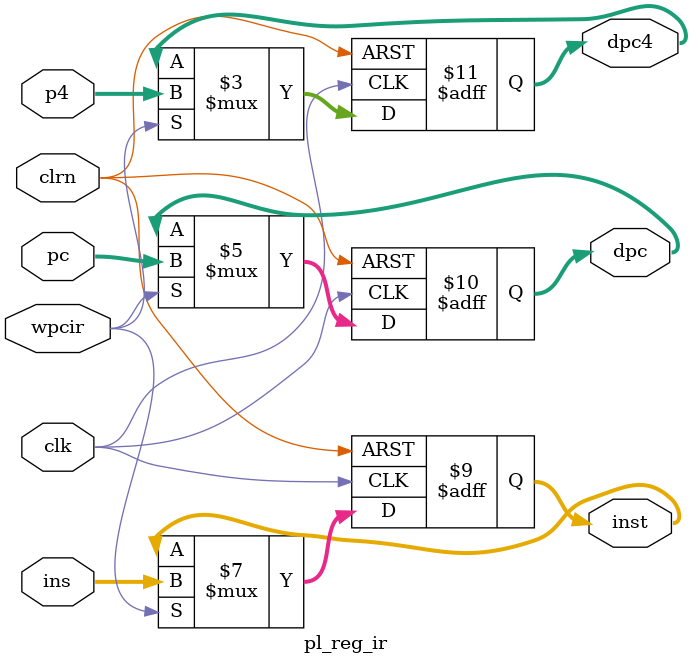
<source format=v>
module pl_reg_ir(pc, p4, ins, clk, clrn, dpc, dpc4, inst, wpcir);
    input  [31:0] pc, p4, ins;
    input  clk, clrn;
    input  wpcir;
    output reg [31:0] inst, dpc, dpc4;

    always @(posedge clk or negedge clrn)
    begin
        if (!clrn)
        begin
            dpc4   <= 32'b0;
            dpc    <= 32'b0;
            inst   <= 32'b0;
        end
        else
        begin
            if(wpcir)
            begin
                inst   <= ins;
                dpc    <= pc;
                dpc4   <= p4;
            end
        end
    end
endmodule  
</source>
